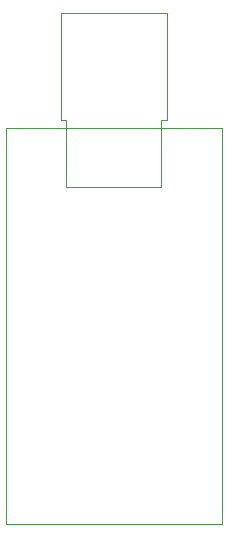
<source format=gbr>
%TF.GenerationSoftware,KiCad,Pcbnew,5.1.7+dfsg1-1~bpo10+1*%
%TF.CreationDate,Date%
%TF.ProjectId,ProMicro_LORA,50726f4d-6963-4726-9f5f-4c4f52412e6b,v1.2*%
%TF.SameCoordinates,Original*%
%TF.FileFunction,Other,User*%
%FSLAX46Y46*%
G04 Gerber Fmt 4.6, Leading zero omitted, Abs format (unit mm)*
G04 Created by KiCad*
%MOMM*%
%LPD*%
G01*
G04 APERTURE LIST*
%ADD10C,0.050000*%
G04 APERTURE END LIST*
D10*
%TO.C,A1*%
X-1520000Y-4060000D02*
X16760000Y-4060000D01*
X-1520000Y-4060000D02*
X-1520000Y29460000D01*
X16760000Y29460000D02*
X16760000Y-4060000D01*
X16760000Y29460000D02*
X-1520000Y29460000D01*
%TO.C,J2*%
X3620000Y30105000D02*
X3620000Y24505000D01*
X3120000Y39225000D02*
X12120000Y39225000D01*
X11620000Y30105000D02*
X11620000Y24505000D01*
X11620000Y24505000D02*
X3620000Y24505000D01*
X3120000Y39225000D02*
X3120000Y30105000D01*
X3120000Y30105000D02*
X3620000Y30105000D01*
X12120000Y39225000D02*
X12120000Y30105000D01*
X12120000Y30105000D02*
X11620000Y30105000D01*
%TD*%
M02*

</source>
